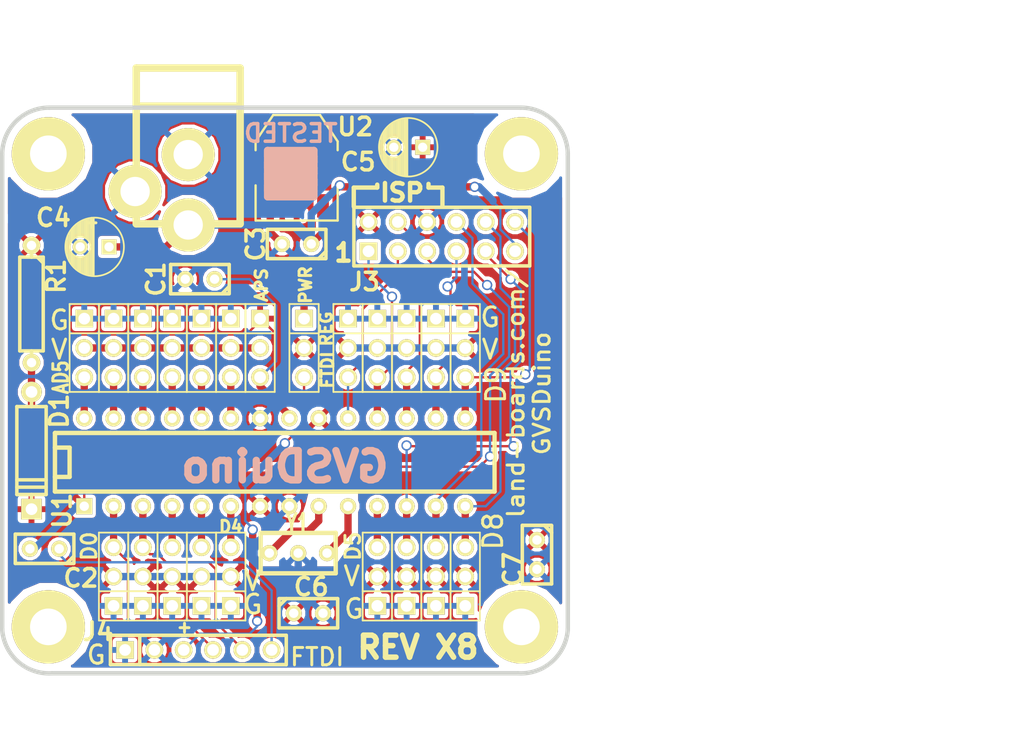
<source format=kicad_pcb>
(kicad_pcb (version 4) (host pcbnew 4.0.1-stable)
  (title_block (date "19 aug 2014"))
  (layers (0 Front signal) (31 Back signal) (36 B.SilkS user hide) (37 F.SilkS user) (38 B.Mask user) (39 F.Mask user) (44 Edge.Cuts user))
  (net 0 "")
  (net 1 +5V)
  (net 2 /AD0)
  (net 3 /AD1)
  (net 4 /AD2)
  (net 5 /AD3)
  (net 6 /AD4)
  (net 7 /AD5)
  (net 8 /AREF)
  (net 9 /D0)
  (net 10 /D1)
  (net 11 /D10)
  (net 12 /D11)
  (net 13 /D12)
  (net 14 /D13)
  (net 15 /D2)
  (net 16 /D3)
  (net 17 /D4)
  (net 18 /D5)
  (net 19 /D6)
  (net 20 /D7)
  (net 21 /D8)
  (net 22 /D9)
  (net 23 /RES0)
  (net 24 /RES1)
  (net 25 /RESET)
  (net 26 /VIN)
  (net 27 /VREG)
  (net 28 GND)
  (net 29 /FTDIRES)
  (net 30 "Net-(J1-Pad3)")
  (net 31 "Net-(K1-Pad2)")
  (module SOT223 (layer Front) (at 115.518 55.212)
    (fp_text reference U2 (at 5.08 -3.556) (layer F.SilkS) (effects (font (thickness 0.3048))))
    (fp_text value AP1117 hide)
    (pad 4 smd rect (at 0 -3.302) (size 3.6576 2.032) (layers Front F.Mask) (net 27 /VREG))
    (pad 2 smd rect (at 0 3.302) (size 1.016 2.032) (layers Front F.Mask) (net 27 /VREG))
    (pad 3 smd rect (at 2.286 3.302) (size 1.016 2.032) (layers Front F.Mask) (net 26 /VIN))
    (pad 1 smd rect (at -2.286 3.302) (size 1.016 2.032) (layers Front F.Mask) (net 28 GND))
  )
  (module C1 (layer Front) (at 115.518 61.816 180)
    (fp_text reference C3 (at 3.556 0 270) (layer F.SilkS) (effects (font (thickness 0.3048))))
    (fp_text value 0.1uF hide)
    (pad 1 thru_hole circle (at -1.27 0 180) (size 1.397 1.397) (drill 0.8128) (layers *.Cu *.Mask F.SilkS) (net 26 /VIN))
    (pad 2 thru_hole circle (at 1.27 0 180) (size 1.397 1.397) (drill 0.8128) (layers *.Cu *.Mask F.SilkS) (net 28 GND))
  )
  (module C1 (layer Front) (at 93.674 88.232 180)
    (fp_text reference C2 (at -3.144 -2.542 180) (layer F.SilkS) (effects (font (thickness 0.3048))))
    (fp_text value 0.1uF hide)
    (pad 1 thru_hole circle (at -1.27 0 180) (size 1.397 1.397) (drill 0.8128) (layers *.Cu *.Mask F.SilkS) (net 29 /FTDIRES))
    (pad 2 thru_hole circle (at 1.27 0 180) (size 1.397 1.397) (drill 0.8128) (layers *.Cu *.Mask F.SilkS) (net 25 /RESET))
  )
  (module C1 (layer Front) (at 107.136 64.864 180)
    (fp_text reference C1 (at 3.81 0 270) (layer F.SilkS) (effects (font (thickness 0.3048))))
    (fp_text value 0.1uF hide)
    (pad 1 thru_hole circle (at -1.27 0 180) (size 1.397 1.397) (drill 0.8128) (layers *.Cu *.Mask F.SilkS) (net 8 /AREF))
    (pad 2 thru_hole circle (at 1.27 0 180) (size 1.397 1.397) (drill 0.8128) (layers *.Cu *.Mask F.SilkS) (net 28 GND))
  )
  (module DIP-28__300 (layer Front) (at 113.622 80.734)
    (fp_text reference U1 (at -18.424 4.196 90) (layer F.SilkS) (effects (font (thickness 0.3048))))
    (fp_text value ATMEGA328-PU hide)
    (pad 2 thru_hole circle (at -13.97 3.81) (size 1.397 1.397) (drill 0.8128) (layers *.Cu *.Mask F.SilkS) (net 9 /D0))
    (pad 3 thru_hole circle (at -11.43 3.81) (size 1.397 1.397) (drill 0.8128) (layers *.Cu *.Mask F.SilkS) (net 10 /D1))
    (pad 4 thru_hole circle (at -8.89 3.81) (size 1.397 1.397) (drill 0.8128) (layers *.Cu *.Mask F.SilkS) (net 15 /D2))
    (pad 5 thru_hole circle (at -6.35 3.81) (size 1.397 1.397) (drill 0.8128) (layers *.Cu *.Mask F.SilkS) (net 16 /D3))
    (pad 6 thru_hole circle (at -3.81 3.81) (size 1.397 1.397) (drill 0.8128) (layers *.Cu *.Mask F.SilkS) (net 17 /D4))
    (pad 7 thru_hole circle (at -1.27 3.81) (size 1.397 1.397) (drill 0.8128) (layers *.Cu *.Mask F.SilkS) (net 1 +5V))
    (pad 8 thru_hole circle (at 1.27 3.81) (size 1.397 1.397) (drill 0.8128) (layers *.Cu *.Mask F.SilkS) (net 28 GND))
    (pad 9 thru_hole circle (at 3.81 3.81) (size 1.397 1.397) (drill 0.8128) (layers *.Cu *.Mask F.SilkS) (net 23 /RES0))
    (pad 10 thru_hole circle (at 6.35 3.81) (size 1.397 1.397) (drill 0.8128) (layers *.Cu *.Mask F.SilkS) (net 24 /RES1))
    (pad 11 thru_hole circle (at 8.89 3.81) (size 1.397 1.397) (drill 0.8128) (layers *.Cu *.Mask F.SilkS) (net 18 /D5))
    (pad 12 thru_hole circle (at 11.43 3.81) (size 1.397 1.397) (drill 0.8128) (layers *.Cu *.Mask F.SilkS) (net 19 /D6))
    (pad 13 thru_hole circle (at 13.97 3.81) (size 1.397 1.397) (drill 0.8128) (layers *.Cu *.Mask F.SilkS) (net 20 /D7))
    (pad 14 thru_hole circle (at 16.51 3.81) (size 1.397 1.397) (drill 0.8128) (layers *.Cu *.Mask F.SilkS) (net 21 /D8))
    (pad 1 thru_hole rect (at -16.51 3.81) (size 1.397 1.397) (drill 0.8128) (layers *.Cu *.Mask F.SilkS) (net 25 /RESET))
    (pad 15 thru_hole circle (at 16.51 -3.81) (size 1.397 1.397) (drill 0.8128) (layers *.Cu *.Mask F.SilkS) (net 22 /D9))
    (pad 16 thru_hole circle (at 13.97 -3.81) (size 1.397 1.397) (drill 0.8128) (layers *.Cu *.Mask F.SilkS) (net 11 /D10))
    (pad 17 thru_hole circle (at 11.43 -3.81) (size 1.397 1.397) (drill 0.8128) (layers *.Cu *.Mask F.SilkS) (net 12 /D11))
    (pad 18 thru_hole circle (at 8.89 -3.81) (size 1.397 1.397) (drill 0.8128) (layers *.Cu *.Mask F.SilkS) (net 13 /D12))
    (pad 19 thru_hole circle (at 6.35 -3.81) (size 1.397 1.397) (drill 0.8128) (layers *.Cu *.Mask F.SilkS) (net 14 /D13))
    (pad 20 thru_hole circle (at 3.81 -3.81) (size 1.397 1.397) (drill 0.8128) (layers *.Cu *.Mask F.SilkS) (net 1 +5V))
    (pad 21 thru_hole circle (at 1.27 -3.81) (size 1.397 1.397) (drill 0.8128) (layers *.Cu *.Mask F.SilkS) (net 8 /AREF))
    (pad 22 thru_hole circle (at -1.27 -3.81) (size 1.397 1.397) (drill 0.8128) (layers *.Cu *.Mask F.SilkS) (net 28 GND))
    (pad 23 thru_hole circle (at -3.81 -3.81) (size 1.397 1.397) (drill 0.8128) (layers *.Cu *.Mask F.SilkS) (net 2 /AD0))
    (pad 24 thru_hole circle (at -6.35 -3.81) (size 1.397 1.397) (drill 0.8128) (layers *.Cu *.Mask F.SilkS) (net 3 /AD1))
    (pad 25 thru_hole circle (at -8.89 -3.81) (size 1.397 1.397) (drill 0.8128) (layers *.Cu *.Mask F.SilkS) (net 4 /AD2))
    (pad 26 thru_hole circle (at -11.43 -3.81) (size 1.397 1.397) (drill 0.8128) (layers *.Cu *.Mask F.SilkS) (net 5 /AD3))
    (pad 27 thru_hole circle (at -13.97 -3.81) (size 1.397 1.397) (drill 0.8128) (layers *.Cu *.Mask F.SilkS) (net 6 /AD4))
    (pad 28 thru_hole circle (at -16.51 -3.81) (size 1.397 1.397) (drill 0.8128) (layers *.Cu *.Mask F.SilkS) (net 7 /AD5))
  )
  (module PIN_ARRAY-6X1 (layer Front) (at 107 97)
    (fp_text reference J4 (at -8.7 -1.6) (layer F.SilkS) (effects (font (thickness 0.3048))))
    (fp_text value CONN_6 hide)
    (pad 1 thru_hole rect (at -6.35 0) (size 1.524 1.524) (drill 1.016) (layers *.Cu *.Mask F.SilkS) (net 28 GND))
    (pad 2 thru_hole circle (at -3.81 0) (size 1.524 1.524) (drill 1.016) (layers *.Cu *.Mask F.SilkS) (net 28 GND))
    (pad 3 thru_hole circle (at -1.27 0) (size 1.524 1.524) (drill 1.016) (layers *.Cu *.Mask F.SilkS) (net 30 "Net-(J1-Pad3)"))
    (pad 4 thru_hole circle (at 1.27 0) (size 1.524 1.524) (drill 1.016) (layers *.Cu *.Mask F.SilkS) (net 9 /D0))
    (pad 5 thru_hole circle (at 3.81 0) (size 1.524 1.524) (drill 1.016) (layers *.Cu *.Mask F.SilkS) (net 10 /D1))
    (pad 6 thru_hole circle (at 6.35 0) (size 1.524 1.524) (drill 1.016) (layers *.Cu *.Mask F.SilkS) (net 29 /FTDIRES))
  )
  (module PIN_ARRAY_3X1 (layer Front) (at 109.812 90.64 90)
    (fp_text reference K11 hide)
    (fp_text value CONN_3 hide)
    (pad 1 thru_hole rect (at -2.54 0 90) (size 1.524 1.524) (drill 1.016) (layers *.Cu *.Mask F.SilkS) (net 28 GND))
    (pad 2 thru_hole circle (at 0 0 90) (size 1.524 1.524) (drill 1.016) (layers *.Cu *.Mask F.SilkS) (net 1 +5V))
    (pad 3 thru_hole circle (at 2.54 0 90) (size 1.524 1.524) (drill 1.016) (layers *.Cu *.Mask F.SilkS) (net 17 /D4))
  )
  (module PIN_ARRAY_3X1 (layer Front) (at 119.972 70.828 270)
    (fp_text reference K20 hide)
    (fp_text value CONN_3 hide)
    (pad 1 thru_hole rect (at -2.54 0 270) (size 1.524 1.524) (drill 1.016) (layers *.Cu *.Mask F.SilkS) (net 28 GND))
    (pad 2 thru_hole circle (at 0 0 270) (size 1.524 1.524) (drill 1.016) (layers *.Cu *.Mask F.SilkS) (net 1 +5V))
    (pad 3 thru_hole circle (at 2.54 0 270) (size 1.524 1.524) (drill 1.016) (layers *.Cu *.Mask F.SilkS) (net 14 /D13))
  )
  (module PIN_ARRAY_3X1 (layer Front) (at 122.512 70.828 270)
    (fp_text reference K19 hide)
    (fp_text value CONN_3 hide)
    (pad 1 thru_hole rect (at -2.54 0 270) (size 1.524 1.524) (drill 1.016) (layers *.Cu *.Mask F.SilkS) (net 28 GND))
    (pad 2 thru_hole circle (at 0 0 270) (size 1.524 1.524) (drill 1.016) (layers *.Cu *.Mask F.SilkS) (net 1 +5V))
    (pad 3 thru_hole circle (at 2.54 0 270) (size 1.524 1.524) (drill 1.016) (layers *.Cu *.Mask F.SilkS) (net 13 /D12))
  )
  (module PIN_ARRAY_3X1 (layer Front) (at 125.052 70.828 270)
    (fp_text reference K18 hide)
    (fp_text value CONN_3 hide)
    (pad 1 thru_hole rect (at -2.54 0 270) (size 1.524 1.524) (drill 1.016) (layers *.Cu *.Mask F.SilkS) (net 28 GND))
    (pad 2 thru_hole circle (at 0 0 270) (size 1.524 1.524) (drill 1.016) (layers *.Cu *.Mask F.SilkS) (net 1 +5V))
    (pad 3 thru_hole circle (at 2.54 0 270) (size 1.524 1.524) (drill 1.016) (layers *.Cu *.Mask F.SilkS) (net 12 /D11))
  )
  (module PIN_ARRAY_3X1 (layer Front) (at 127.592 70.828 270)
    (fp_text reference K17 hide)
    (fp_text value CONN_3 hide)
    (pad 1 thru_hole rect (at -2.54 0 270) (size 1.524 1.524) (drill 1.016) (layers *.Cu *.Mask F.SilkS) (net 28 GND))
    (pad 2 thru_hole circle (at 0 0 270) (size 1.524 1.524) (drill 1.016) (layers *.Cu *.Mask F.SilkS) (net 1 +5V))
    (pad 3 thru_hole circle (at 2.54 0 270) (size 1.524 1.524) (drill 1.016) (layers *.Cu *.Mask F.SilkS) (net 11 /D10))
  )
  (module PIN_ARRAY_3X1 (layer Front) (at 130.132 70.828 270)
    (fp_text reference K16 hide)
    (fp_text value CONN_3 hide)
    (pad 1 thru_hole rect (at -2.54 0 270) (size 1.524 1.524) (drill 1.016) (layers *.Cu *.Mask F.SilkS) (net 28 GND))
    (pad 2 thru_hole circle (at 0 0 270) (size 1.524 1.524) (drill 1.016) (layers *.Cu *.Mask F.SilkS) (net 1 +5V))
    (pad 3 thru_hole circle (at 2.54 0 270) (size 1.524 1.524) (drill 1.016) (layers *.Cu *.Mask F.SilkS) (net 22 /D9))
  )
  (module PIN_ARRAY_3X1 (layer Front) (at 130.132 90.64 90)
    (fp_text reference K15 hide)
    (fp_text value CONN_3 hide)
    (pad 1 thru_hole rect (at -2.54 0 90) (size 1.524 1.524) (drill 1.016) (layers *.Cu *.Mask F.SilkS) (net 28 GND))
    (pad 2 thru_hole circle (at 0 0 90) (size 1.524 1.524) (drill 1.016) (layers *.Cu *.Mask F.SilkS) (net 1 +5V))
    (pad 3 thru_hole circle (at 2.54 0 90) (size 1.524 1.524) (drill 1.016) (layers *.Cu *.Mask F.SilkS) (net 21 /D8))
  )
  (module PIN_ARRAY_3X1 (layer Front) (at 127.592 90.64 90)
    (fp_text reference K14 hide)
    (fp_text value CONN_3 hide)
    (pad 1 thru_hole rect (at -2.54 0 90) (size 1.524 1.524) (drill 1.016) (layers *.Cu *.Mask F.SilkS) (net 28 GND))
    (pad 2 thru_hole circle (at 0 0 90) (size 1.524 1.524) (drill 1.016) (layers *.Cu *.Mask F.SilkS) (net 1 +5V))
    (pad 3 thru_hole circle (at 2.54 0 90) (size 1.524 1.524) (drill 1.016) (layers *.Cu *.Mask F.SilkS) (net 20 /D7))
  )
  (module PIN_ARRAY_3X1 (layer Front) (at 125.052 90.64 90)
    (fp_text reference K13 hide)
    (fp_text value CONN_3 hide)
    (pad 1 thru_hole rect (at -2.54 0 90) (size 1.524 1.524) (drill 1.016) (layers *.Cu *.Mask F.SilkS) (net 28 GND))
    (pad 2 thru_hole circle (at 0 0 90) (size 1.524 1.524) (drill 1.016) (layers *.Cu *.Mask F.SilkS) (net 1 +5V))
    (pad 3 thru_hole circle (at 2.54 0 90) (size 1.524 1.524) (drill 1.016) (layers *.Cu *.Mask F.SilkS) (net 19 /D6))
  )
  (module PIN_ARRAY_3X1 (layer Front) (at 122.512 90.64 90)
    (fp_text reference K12 hide)
    (fp_text value CONN_3 hide)
    (pad 1 thru_hole rect (at -2.54 0 90) (size 1.524 1.524) (drill 1.016) (layers *.Cu *.Mask F.SilkS) (net 28 GND))
    (pad 2 thru_hole circle (at 0 0 90) (size 1.524 1.524) (drill 1.016) (layers *.Cu *.Mask F.SilkS) (net 1 +5V))
    (pad 3 thru_hole circle (at 2.54 0 90) (size 1.524 1.524) (drill 1.016) (layers *.Cu *.Mask F.SilkS) (net 18 /D5))
  )
  (module PIN_ARRAY_3X1 (layer Front) (at 109.812 70.828 270)
    (fp_text reference K1 hide)
    (fp_text value CONN_3 hide)
    (pad 1 thru_hole rect (at -2.54 0 270) (size 1.524 1.524) (drill 1.016) (layers *.Cu *.Mask F.SilkS) (net 28 GND))
    (pad 2 thru_hole circle (at 0 0 270) (size 1.524 1.524) (drill 1.016) (layers *.Cu *.Mask F.SilkS) (net 31 "Net-(K1-Pad2)"))
    (pad 3 thru_hole circle (at 2.54 0 270) (size 1.524 1.524) (drill 1.016) (layers *.Cu *.Mask F.SilkS) (net 2 /AD0))
  )
  (module PIN_ARRAY_3X1 (layer Front) (at 107.272 90.64 90)
    (fp_text reference K10 hide)
    (fp_text value CONN_3 hide)
    (pad 1 thru_hole rect (at -2.54 0 90) (size 1.524 1.524) (drill 1.016) (layers *.Cu *.Mask F.SilkS) (net 28 GND))
    (pad 2 thru_hole circle (at 0 0 90) (size 1.524 1.524) (drill 1.016) (layers *.Cu *.Mask F.SilkS) (net 1 +5V))
    (pad 3 thru_hole circle (at 2.54 0 90) (size 1.524 1.524) (drill 1.016) (layers *.Cu *.Mask F.SilkS) (net 16 /D3))
  )
  (module PIN_ARRAY_3X1 (layer Front) (at 104.732 90.64 90)
    (fp_text reference K9 hide)
    (fp_text value CONN_3 hide)
    (pad 1 thru_hole rect (at -2.54 0 90) (size 1.524 1.524) (drill 1.016) (layers *.Cu *.Mask F.SilkS) (net 28 GND))
    (pad 2 thru_hole circle (at 0 0 90) (size 1.524 1.524) (drill 1.016) (layers *.Cu *.Mask F.SilkS) (net 1 +5V))
    (pad 3 thru_hole circle (at 2.54 0 90) (size 1.524 1.524) (drill 1.016) (layers *.Cu *.Mask F.SilkS) (net 15 /D2))
  )
  (module PIN_ARRAY_3X1 (layer Front) (at 102.192 90.64 90)
    (fp_text reference K8 hide)
    (fp_text value CONN_3 hide)
    (pad 1 thru_hole rect (at -2.54 0 90) (size 1.524 1.524) (drill 1.016) (layers *.Cu *.Mask F.SilkS) (net 28 GND))
    (pad 2 thru_hole circle (at 0 0 90) (size 1.524 1.524) (drill 1.016) (layers *.Cu *.Mask F.SilkS) (net 1 +5V))
    (pad 3 thru_hole circle (at 2.54 0 90) (size 1.524 1.524) (drill 1.016) (layers *.Cu *.Mask F.SilkS) (net 10 /D1))
  )
  (module PIN_ARRAY_3X1 (layer Front) (at 99.652 90.64 90)
    (fp_text reference K7 hide)
    (fp_text value CONN_3 hide)
    (pad 1 thru_hole rect (at -2.54 0 90) (size 1.524 1.524) (drill 1.016) (layers *.Cu *.Mask F.SilkS) (net 28 GND))
    (pad 2 thru_hole circle (at 0 0 90) (size 1.524 1.524) (drill 1.016) (layers *.Cu *.Mask F.SilkS) (net 1 +5V))
    (pad 3 thru_hole circle (at 2.54 0 90) (size 1.524 1.524) (drill 1.016) (layers *.Cu *.Mask F.SilkS) (net 9 /D0))
  )
  (module PIN_ARRAY_3X1 (layer Front) (at 97.112 70.828 270)
    (fp_text reference K6 hide)
    (fp_text value CONN_3 hide)
    (pad 1 thru_hole rect (at -2.54 0 270) (size 1.524 1.524) (drill 1.016) (layers *.Cu *.Mask F.SilkS) (net 28 GND))
    (pad 2 thru_hole circle (at 0 0 270) (size 1.524 1.524) (drill 1.016) (layers *.Cu *.Mask F.SilkS) (net 31 "Net-(K1-Pad2)"))
    (pad 3 thru_hole circle (at 2.54 0 270) (size 1.524 1.524) (drill 1.016) (layers *.Cu *.Mask F.SilkS) (net 7 /AD5))
  )
  (module PIN_ARRAY_3X1 (layer Front) (at 99.652 70.828 270)
    (fp_text reference K5 hide)
    (fp_text value CONN_3 hide)
    (pad 1 thru_hole rect (at -2.54 0 270) (size 1.524 1.524) (drill 1.016) (layers *.Cu *.Mask F.SilkS) (net 28 GND))
    (pad 2 thru_hole circle (at 0 0 270) (size 1.524 1.524) (drill 1.016) (layers *.Cu *.Mask F.SilkS) (net 31 "Net-(K1-Pad2)"))
    (pad 3 thru_hole circle (at 2.54 0 270) (size 1.524 1.524) (drill 1.016) (layers *.Cu *.Mask F.SilkS) (net 6 /AD4))
  )
  (module PIN_ARRAY_3X1 (layer Front) (at 102.192 70.828 270)
    (fp_text reference K4 hide)
    (fp_text value CONN_3 hide)
    (pad 1 thru_hole rect (at -2.54 0 270) (size 1.524 1.524) (drill 1.016) (layers *.Cu *.Mask F.SilkS) (net 28 GND))
    (pad 2 thru_hole circle (at 0 0 270) (size 1.524 1.524) (drill 1.016) (layers *.Cu *.Mask F.SilkS) (net 31 "Net-(K1-Pad2)"))
    (pad 3 thru_hole circle (at 2.54 0 270) (size 1.524 1.524) (drill 1.016) (layers *.Cu *.Mask F.SilkS) (net 5 /AD3))
  )
  (module PIN_ARRAY_3X1 (layer Front) (at 104.732 70.828 270)
    (fp_text reference K3 hide)
    (fp_text value CONN_3 hide)
    (pad 1 thru_hole rect (at -2.54 0 270) (size 1.524 1.524) (drill 1.016) (layers *.Cu *.Mask F.SilkS) (net 28 GND))
    (pad 2 thru_hole circle (at 0 0 270) (size 1.524 1.524) (drill 1.016) (layers *.Cu *.Mask F.SilkS) (net 31 "Net-(K1-Pad2)"))
    (pad 3 thru_hole circle (at 2.54 0 270) (size 1.524 1.524) (drill 1.016) (layers *.Cu *.Mask F.SilkS) (net 4 /AD2))
  )
  (module PIN_ARRAY_3X1 (layer Front) (at 107.272 70.828 270)
    (fp_text reference K2 hide)
    (fp_text value CONN_3 hide)
    (pad 1 thru_hole rect (at -2.54 0 270) (size 1.524 1.524) (drill 1.016) (layers *.Cu *.Mask F.SilkS) (net 28 GND))
    (pad 2 thru_hole circle (at 0 0 270) (size 1.524 1.524) (drill 1.016) (layers *.Cu *.Mask F.SilkS) (net 31 "Net-(K1-Pad2)"))
    (pad 3 thru_hole circle (at 2.54 0 270) (size 1.524 1.524) (drill 1.016) (layers *.Cu *.Mask F.SilkS) (net 3 /AD1))
  )
  (module D4 (layer Front) (at 92.54 79.718 270)
    (fp_text reference D1 (at -3.424 -2.404 270) (layer F.SilkS) (effects (font (thickness 0.3048))))
    (fp_text value 1N4004 hide)
    (pad 1 thru_hole circle (at -5.08 0 270) (size 1.778 1.778) (drill 1.016) (layers *.Cu *.Mask F.SilkS) (net 25 /RESET))
    (pad 2 thru_hole rect (at 5.08 0 270) (size 1.778 1.778) (drill 1.016) (layers *.Cu *.Mask F.SilkS) (net 1 +5V))
  )
  (module R4 (layer Front) (at 92.54 67.018 270)
    (fp_text reference R1 (at -2.408 -2.15 270) (layer F.SilkS) (effects (font (thickness 0.3048))))
    (fp_text value 10K hide)
    (pad 1 thru_hole circle (at -5.08 0 270) (size 1.524 1.524) (drill 0.8128) (layers *.Cu *.Mask F.SilkS) (net 1 +5V))
    (pad 2 thru_hole circle (at 5.08 0 270) (size 1.524 1.524) (drill 0.8128) (layers *.Cu *.Mask F.SilkS) (net 25 /RESET))
  )
  (module PIN_ARRAY_3X1 (layer Front) (at 112.352 70.828 270)
    (fp_text reference K21 hide)
    (fp_text value CONN_3 hide)
    (pad 1 thru_hole rect (at -2.54 0 270) (size 1.524 1.524) (drill 1.016) (layers *.Cu *.Mask F.SilkS) (net 1 +5V))
    (pad 2 thru_hole circle (at 0 0 270) (size 1.524 1.524) (drill 1.016) (layers *.Cu *.Mask F.SilkS) (net 31 "Net-(K1-Pad2)"))
    (pad 3 thru_hole circle (at 2.54 0 270) (size 1.524 1.524) (drill 1.016) (layers *.Cu *.Mask F.SilkS) (net 8 /AREF))
  )
  (module PIN_ARRAY_3X1 (layer Front) (at 116.162 70.828 270)
    (fp_text reference J1 hide)
    (fp_text value CONN_3 hide)
    (pad 1 thru_hole rect (at -2.54 0 270) (size 1.524 1.524) (drill 1.016) (layers *.Cu *.Mask F.SilkS) (net 27 /VREG))
    (pad 2 thru_hole circle (at 0 0 270) (size 1.524 1.524) (drill 1.016) (layers *.Cu *.Mask F.SilkS) (net 1 +5V))
    (pad 3 thru_hole circle (at 2.54 0 270) (size 1.524 1.524) (drill 1.016) (layers *.Cu *.Mask F.SilkS) (net 30 "Net-(J1-Pad3)"))
  )
  (module pin_array_6x2 (layer Front) (at 128.1 61.176)
    (fp_text reference J3 (at -6.7 3.924) (layer F.SilkS) (effects (font (thickness 0.3048))))
    (fp_text value CONN_6X2 hide)
    (pad 1 thru_hole rect (at -6.35 1.27) (size 1.524 1.524) (drill 1.016) (layers *.Cu *.Mask F.SilkS) (net 13 /D12))
    (pad 2 thru_hole circle (at -6.35 -1.27) (size 1.524 1.524) (drill 1.016) (layers *.Cu *.Mask F.SilkS) (net 1 +5V))
    (pad 3 thru_hole circle (at -3.81 1.27) (size 1.524 1.524) (drill 1.016) (layers *.Cu *.Mask F.SilkS) (net 14 /D13))
    (pad 4 thru_hole circle (at -3.81 -1.27) (size 1.524 1.524) (drill 1.016) (layers *.Cu *.Mask F.SilkS) (net 12 /D11))
    (pad 5 thru_hole circle (at -1.27 1.27) (size 1.524 1.524) (drill 1.016) (layers *.Cu *.Mask F.SilkS) (net 25 /RESET))
    (pad 6 thru_hole circle (at -1.27 -1.27) (size 1.524 1.524) (drill 1.016) (layers *.Cu *.Mask F.SilkS) (net 28 GND))
    (pad 7 thru_hole circle (at 1.27 1.27) (size 1.524 1.524) (drill 1.016) (layers *.Cu *.Mask F.SilkS) (net 11 /D10))
    (pad 8 thru_hole circle (at 1.27 -1.27) (size 1.524 1.524) (drill 1.016) (layers *.Cu *.Mask F.SilkS) (net 20 /D7))
    (pad 9 thru_hole circle (at 3.81 1.27) (size 1.524 1.524) (drill 1.016) (layers *.Cu *.Mask F.SilkS) (net 19 /D6))
    (pad 10 thru_hole circle (at 3.81 -1.27) (size 1.524 1.524) (drill 1.016) (layers *.Cu *.Mask F.SilkS) (net 21 /D8))
    (pad 11 thru_hole circle (at 6.35 1.27) (size 1.524 1.524) (drill 1.016) (layers *.Cu *.Mask F.SilkS) (net 26 /VIN))
    (pad 12 thru_hole circle (at 6.35 -1.27) (size 1.524 1.524) (drill 1.016) (layers *.Cu *.Mask F.SilkS) (net 22 /D9))
  )
  (module C1 (layer Front) (at 116.534 93.82)
    (fp_text reference C6 (at 0.254 -2.286) (layer F.SilkS) (effects (font (thickness 0.3048))))
    (fp_text value 0.1uF hide)
    (pad 1 thru_hole circle (at -1.27 0) (size 1.397 1.397) (drill 0.8128) (layers *.Cu *.Mask F.SilkS) (net 1 +5V))
    (pad 2 thru_hole circle (at 1.27 0) (size 1.397 1.397) (drill 0.8128) (layers *.Cu *.Mask F.SilkS) (net 28 GND))
  )
  (module C1 (layer Front) (at 136.346 88.74 270)
    (fp_text reference C7 (at 1.27 2.0955 270) (layer F.SilkS) (effects (font (thickness 0.3048))))
    (fp_text value 0.1uF hide)
    (pad 1 thru_hole circle (at -1.27 0 270) (size 1.397 1.397) (drill 0.8128) (layers *.Cu *.Mask F.SilkS) (net 1 +5V))
    (pad 2 thru_hole circle (at 1.27 0 270) (size 1.397 1.397) (drill 0.8128) (layers *.Cu *.Mask F.SilkS) (net 28 GND))
  )
  (module MTG-4-40 (layer Front) (at 94 54)
    (fp_text reference MTG1 hide)
    (fp_text value CONN_1 hide)
    (pad 1 thru_hole circle (at 0 0) (size 6.35 6.35) (drill 3.175) (layers *.Cu *.Mask F.SilkS) (clearance 0.635))
  )
  (module MTG-4-40 (layer Front) (at 135 54)
    (fp_text reference MTG2 hide)
    (fp_text value CONN_1 hide)
    (pad 1 thru_hole circle (at 0 0) (size 6.35 6.35) (drill 3.175) (layers *.Cu *.Mask F.SilkS) (clearance 0.635))
  )
  (module MTG-4-40 (layer Front) (at 135 95)
    (fp_text reference MTG4 hide)
    (fp_text value CONN_1 hide)
    (pad 1 thru_hole circle (at 0 0) (size 6.35 6.35) (drill 3.175) (layers *.Cu *.Mask F.SilkS) (clearance 0.635))
  )
  (module MTG-4-40 (layer Front) (at 94 95)
    (fp_text reference MTG3 hide)
    (fp_text value CONN_1 hide)
    (pad 1 thru_hole circle (at 0 0) (size 6.35 6.35) (drill 3.175) (layers *.Cu *.Mask F.SilkS) (clearance 0.635))
  )
  (module DougsNewMods:TEST_BLK-REAR (layer Front) (at 115.01 55.72)
    (fp_text reference TESTED (at 0 -3.5) (layer B.SilkS) (effects (font (thickness 0.3048)) (justify mirror)))
    (fp_text value VAL** hide)
  )
  (module Capacitors_ThroughHole:C_Radial_D5_L11_P2.5 (layer Front) (at 99.262 62.07 180)
    (fp_text reference C4 (at 4.826 2.54 180) (layer F.SilkS) (effects (font (thickness 0.3048))))
    (fp_text value CP1 hide)
    (pad 1 thru_hole rect (at 0 0 180) (size 1.3 1.3) (drill 0.8) (layers *.Cu *.Mask F.SilkS) (net 26 /VIN))
    (pad 2 thru_hole circle (at 2.5 0 180) (size 1.3 1.3) (drill 0.8) (layers *.Cu *.Mask F.SilkS) (net 28 GND))
  )
  (module Capacitors_ThroughHole:C_Radial_D5_L11_P2.5 (layer Front) (at 126.44 53.434 180)
    (fp_text reference C5 (at 5.588 -1.27 180) (layer F.SilkS) (effects (font (thickness 0.3048))))
    (fp_text value CP1 hide)
    (pad 1 thru_hole rect (at 0 0 180) (size 1.3 1.3) (drill 0.8) (layers *.Cu *.Mask F.SilkS) (net 27 /VREG))
    (pad 2 thru_hole circle (at 2.5 0 180) (size 1.3 1.3) (drill 0.8) (layers *.Cu *.Mask F.SilkS) (net 28 GND))
  )
  (module DCJ-NEW (layer Front) (at 106.12 54.069 270)
    (fp_text reference J2 hide)
    (fp_text value DCJ0202 hide)
    (pad 2 thru_hole circle (at 0 0 270) (size 4.6 4.6) (drill 2.54) (layers *.Cu *.Mask F.SilkS) (net 28 GND))
    (pad 1 thru_hole circle (at 6.1 0 270) (size 4.6 4.6) (drill 2.54) (layers *.Cu *.Mask F.SilkS) (net 26 /VIN))
    (pad 3 thru_hole circle (at 3.2 4.6 270) (size 4.6 4.6) (drill 2.54) (layers *.Cu *.Mask F.SilkS) (net 28 GND))
  )
  (module dougsLib:RESON_3PIN (layer Front) (at 115.654 88.608 270)
    (fp_text reference Y1 (at -2.49936 0.0508 360) (layer F.SilkS) (effects (font (size 1.72974 1.08712) (thickness 0.27178))))
    (fp_text value RESONATOR hide)
    (pad 3 thru_hole circle (at 0 -2.49936) (size 1.397 1.397) (drill 0.8128) (layers *.Cu *.Mask F.SilkS) (net 24 /RES1))
    (pad 1 thru_hole circle (at 0 2.49936) (size 1.397 1.397) (drill 0.8128) (layers *.Cu *.Mask F.SilkS) (net 23 /RES0))
    (pad 2 thru_hole circle (at 0 0) (size 1.397 1.397) (drill 0.8128) (layers *.Cu *.Mask F.SilkS) (net 28 GND))
  )
  (gr_text V (at 111.708 91.026) (layer F.SilkS) (effects (font (size 1.651 1.651) (thickness 0.254))))
  (gr_text G (at 111.708 93.058) (layer F.SilkS) (effects (font (size 1.651 1.651) (thickness 0.254))))
  (gr_text V (at 94.944 70.96) (layer F.SilkS) (effects (font (size 1.651 1.651) (thickness 0.254))))
  (gr_text G (at 94.944 68.42) (layer F.SilkS) (effects (font (size 1.651 1.651) (thickness 0.254))))
  (gr_text V (at 132.282 70.96) (layer F.SilkS) (effects (font (size 1.651 1.651) (thickness 0.254))))
  (gr_text G (at 132.282 68.166) (layer F.SilkS) (effects (font (size 1.651 1.651) (thickness 0.254))))
  (gr_text PWR (at 116.289 65.367 90) (layer F.SilkS) (effects (font (size 1.016 1.016) (thickness 0.254))))
  (gr_text 1 (at 119.582 62.578) (layer F.SilkS) (effects (font (thickness 0.381))))
  (gr_line (start 122.503 56.736) (end 122.503 56.6725) (angle 90) (layer F.SilkS) (width 0.381))
  (gr_line (start 126.948 56.9265) (end 126.948 56.609) (angle 90) (layer F.SilkS) (width 0.381))
  (gr_line (start 128.1545 56.9265) (end 126.948 56.9265) (angle 90) (layer F.SilkS) (width 0.381))
  (gr_line (start 128.1545 58.5775) (end 128.1545 56.9265) (angle 90) (layer F.SilkS) (width 0.381))
  (gr_line (start 122.503 56.9265) (end 122.503 56.7995) (angle 90) (layer F.SilkS) (width 0.381))
  (gr_line (start 120.471 56.9265) (end 122.503 56.9265) (angle 90) (layer F.SilkS) (width 0.381))
  (gr_line (start 120.471 58.5775) (end 120.471 56.9265) (angle 90) (layer F.SilkS) (width 0.381))
  (gr_text APS (at 112.47 65.372 90) (layer F.SilkS) (effects (font (size 1.016 1.016) (thickness 0.254))))
  (gr_text GVSDuino (at 114.502 81.12) (layer B.SilkS) (effects (font (size 2.54 2.54) (thickness 0.635)) (justify mirror)))
  (gr_text "REV X8" (at 126.0336 96.7664) (layer F.SilkS) (effects (font (size 1.905 1.905) (thickness 0.47625))))
  (gr_text ISP (at 124.662 57.371) (layer F.SilkS) (effects (font (thickness 0.381))))
  (gr_text + (at 97.738 59.911) (layer F.SilkS) (effects (font (size 1.016 1.016) (thickness 0.254))))
  (gr_text V (at 120.3 90.6) (layer F.SilkS) (effects (font (size 1.651 1.651) (thickness 0.254))))
  (gr_text D8 (at 132.536 86.708 90) (layer F.SilkS) (effects (font (size 1.651 1.651) (thickness 0.254))))
  (gr_text "land-boards.com/\nGVSDuino" (at 135.6475 74.77 90) (layer F.SilkS) (effects (font (size 1.397 1.524) (thickness 0.254))))
  (gr_text FTDI (at 118.194 72.733 90) (layer F.SilkS) (effects (font (size 1.016 1.016) (thickness 0.254))))
  (gr_text REG (at 118.067 69.177 90) (layer F.SilkS) (effects (font (size 1.016 1.016) (thickness 0.254))))
  (gr_line (start 134.704 99.022) (end 94.318 99.022) (angle 90) (layer Edge.Cuts) (width 0.381))
  (gr_line (start 139.022 54.064) (end 139.022 95.212) (angle 90) (layer Edge.Cuts) (width 0.381))
  (gr_line (start 94.064 50) (end 134.958 50) (angle 90) (layer Edge.Cuts) (width 0.381))
  (gr_line (start 90 95.212) (end 90 54.064) (angle 90) (layer Edge.Cuts) (width 0.381))
  (gr_arc (start 94.064 94.958) (end 94.318 99.022) (angle 90) (layer Edge.Cuts) (width 0.381))
  (gr_arc (start 134.958 94.958) (end 139.022 95.212) (angle 90) (layer Edge.Cuts) (width 0.381))
  (gr_arc (start 134.958 54.064) (end 134.958 50) (angle 90) (layer Edge.Cuts) (width 0.381))
  (gr_arc (start 94.064 54.064) (end 90 54.064) (angle 90) (layer Edge.Cuts) (width 0.381))
  (gr_text D4 (at 109.812 86.322) (layer F.SilkS) (effects (font (size 1.016 1.016) (thickness 0.254))))
  (gr_text G (at 98.1444 97.4268) (layer F.SilkS) (effects (font (size 1.6 1.6) (thickness 0.254))))
  (gr_text D5 (at 120.396 88.011 90) (layer F.SilkS) (effects (font (size 1.27 1.27) (thickness 0.254))))
  (gr_text + (at 105.8 95) (layer F.SilkS) (effects (font (size 1.016 1.016) (thickness 0.254))))
  (gr_text G (at 120.48 93.434) (layer F.SilkS) (effects (font (size 1.651 1.651) (thickness 0.254))))
  (gr_text D0 (at 97.536 88.011 90) (layer F.SilkS) (effects (font (size 1.27 1.27) (thickness 0.254))))
  (gr_text D9 (at 132.79 74.008 90) (layer F.SilkS) (effects (font (size 1.651 1.651) (thickness 0.254))))
  (gr_text AD5 (at 95.08 73.368 90) (layer F.SilkS) (effects (font (size 1.27 1.016) (thickness 0.254))))
  (gr_text FTDI (at 117.296 97.6046) (layer F.SilkS) (effects (font (size 1.5 1.5) (thickness 0.254))))
  (segment (start 112.352 68.288) (end 112.4015 68.288) (width 0.2032) (layer Front) (net 1))
  (segment (start 112.4015 68.288) (end 113.74 69.6265) (width 0.2032) (layer Front) (net 1))
  (segment (start 112.352 68.288) (end 112.352 68.4745) (width 0.2032) (layer Front) (net 1))
  (segment (start 112.352 68.4745) (end 111.2 69.6265) (width 0.2032) (layer Front) (net 1))
  (segment (start 99.652 90.64) (end 102.192 90.64) (width 0.635) (layer Back) (net 1))
  (segment (start 102.192 90.64) (end 104.732 90.64) (width 0.635) (layer Back) (net 1))
  (segment (start 104.732 90.64) (end 107.272 90.64) (width 0.635) (layer Back) (net 1))
  (segment (start 107.272 90.64) (end 109.812 90.64) (width 0.635) (layer Back) (net 1))
  (segment (start 130.132 70.828) (end 127.592 70.828) (width 0.635) (layer Back) (net 1))
  (segment (start 127.592 70.828) (end 125.052 70.828) (width 0.635) (layer Back) (net 1))
  (segment (start 125.052 70.828) (end 122.512 70.828) (width 0.635) (layer Back) (net 1))
  (segment (start 122.512 70.828) (end 119.972 70.828) (width 0.635) (layer Back) (net 1))
  (segment (start 109.812 76.924) (end 109.812 73.368) (width 0.635) (layer Front) (net 2))
  (segment (start 107.272 76.924) (end 107.272 73.368) (width 0.635) (layer Front) (net 3))
  (segment (start 104.732 76.924) (end 104.732 73.368) (width 0.635) (layer Front) (net 4))
  (segment (start 102.192 76.924) (end 102.192 73.368) (width 0.635) (layer Front) (net 5))
  (segment (start 99.652 76.924) (end 99.652 73.368) (width 0.635) (layer Front) (net 6))
  (segment (start 97.112 76.924) (end 97.112 73.368) (width 0.635) (layer Front) (net 7))
  (segment (start 112.352 73.368) (end 112.352 73.364) (width 0.2032) (layer Back) (net 8))
  (segment (start 111.454 64.864) (end 108.406 64.864) (width 0.2032) (layer Back) (net 8))
  (segment (start 113.74 67.15) (end 111.454 64.864) (width 0.2032) (layer Back) (net 8))
  (segment (start 113.74 71.976) (end 113.74 67.15) (width 0.2032) (layer Back) (net 8))
  (segment (start 112.352 73.364) (end 113.74 71.976) (width 0.2032) (layer Back) (net 8))
  (segment (start 114.892 76.924) (end 114.892 76.684) (width 0.635) (layer Front) (net 8))
  (segment (start 112.352 74.144) (end 112.352 73.368) (width 0.635) (layer Front) (net 8))
  (segment (start 114.892 76.684) (end 112.352 74.144) (width 0.635) (layer Front) (net 8))
  (segment (start 99.652 88.1) (end 99.652 84.544) (width 0.635) (layer Front) (net 9))
  (segment (start 108.27 97) (end 108.27 96.87) (width 0.2032) (layer Front) (net 9))
  (segment (start 100.9 89.348) (end 99.652 88.1) (width 0.2032) (layer Front) (net 9))
  (segment (start 100.9 94.4) (end 100.9 89.348) (width 0.2032) (layer Front) (net 9))
  (segment (start 101.7 95.2) (end 100.9 94.4) (width 0.2032) (layer Front) (net 9))
  (segment (start 106.6 95.2) (end 101.7 95.2) (width 0.2032) (layer Front) (net 9))
  (segment (start 108.27 96.87) (end 106.6 95.2) (width 0.2032) (layer Front) (net 9))
  (segment (start 102.192 88.1) (end 102.192 84.544) (width 0.635) (layer Front) (net 10))
  (segment (start 110.81 97) (end 110.81 96.91) (width 0.2032) (layer Front) (net 10))
  (segment (start 102.792 88.7) (end 102.192 88.1) (width 0.2032) (layer Front) (net 10))
  (segment (start 103.5 88.7) (end 102.792 88.7) (width 0.2032) (layer Front) (net 10))
  (segment (start 104.2 89.4) (end 103.5 88.7) (width 0.2032) (layer Front) (net 10))
  (segment (start 107.9 89.4) (end 104.2 89.4) (width 0.2032) (layer Front) (net 10))
  (segment (start 108.5 90) (end 107.9 89.4) (width 0.2032) (layer Front) (net 10))
  (segment (start 108.5 94.6) (end 108.5 90) (width 0.2032) (layer Front) (net 10))
  (segment (start 110.81 96.91) (end 108.5 94.6) (width 0.2032) (layer Front) (net 10))
  (segment (start 127.592 73.368) (end 127.592 72.983) (width 0.2032) (layer Front) (net 11))
  (segment (start 129.37 64.728) (end 129.37 62.446) (width 0.2032) (layer Back) (net 11))
  (segment (start 128.599 65.499) (end 129.37 64.728) (width 0.2032) (layer Back) (net 11))
  (via (at 128.599 65.499) (size 0.889) (layers Front Back) (net 11))
  (segment (start 128.853 65.753) (end 128.599 65.499) (width 0.2032) (layer Front) (net 11))
  (segment (start 128.853 71.722) (end 128.853 65.753) (width 0.2032) (layer Front) (net 11))
  (segment (start 127.592 72.983) (end 128.853 71.722) (width 0.2032) (layer Front) (net 11))
  (segment (start 127.592 73.368) (end 127.592 76.924) (width 0.635) (layer Front) (net 11))
  (segment (start 125.56 62.832) (end 125.56 65.254) (width 0.2032) (layer Front) (net 12))
  (segment (start 125.56 65.254) (end 126.195 65.889) (width 0.2032) (layer Front) (net 12))
  (segment (start 125.052 73.368) (end 125.052 76.924) (width 0.635) (layer Front) (net 12))
  (segment (start 125.052 73.368) (end 125.052 72.86) (width 0.2032) (layer Front) (net 12))
  (segment (start 126.195 71.717) (end 126.195 65.889) (width 0.2032) (layer Front) (net 12))
  (segment (start 125.052 72.86) (end 126.195 71.717) (width 0.2032) (layer Front) (net 12))
  (segment (start 125.56 61.176) (end 124.29 59.906) (width 0.2032) (layer Front) (net 12))
  (segment (start 125.56 62.832) (end 125.56 61.176) (width 0.2032) (layer Front) (net 12))
  (segment (start 122.512 73.368) (end 122.512 76.924) (width 0.635) (layer Front) (net 13))
  (segment (start 122.512 73.368) (end 122.766 73.368) (width 0.2032) (layer Front) (net 13))
  (segment (start 121.75 64.351) (end 121.75 62.446) (width 0.2032) (layer Back) (net 13))
  (segment (start 123.782 66.383) (end 121.75 64.351) (width 0.2032) (layer Back) (net 13))
  (via (at 123.782 66.383) (size 0.889) (layers Front Back) (net 13))
  (segment (start 123.782 72.352) (end 123.782 66.383) (width 0.2032) (layer Front) (net 13))
  (segment (start 122.766 73.368) (end 123.782 72.352) (width 0.2032) (layer Front) (net 13))
  (segment (start 121.242 68.547) (end 121.242 67.4585) (width 0.2032) (layer Front) (net 14))
  (segment (start 124.29 64.4105) (end 124.29 62.446) (width 0.2032) (layer Front) (net 14))
  (segment (start 121.242 67.4585) (end 124.29 64.4105) (width 0.2032) (layer Front) (net 14))
  (segment (start 119.972 73.368) (end 119.972 73.241) (width 0.2032) (layer Front) (net 14))
  (segment (start 119.972 73.241) (end 121.242 71.971) (width 0.2032) (layer Front) (net 14))
  (segment (start 121.242 71.971) (end 121.242 68.547) (width 0.2032) (layer Front) (net 14))
  (segment (start 119.972 73.368) (end 119.972 76.924) (width 0.2032) (layer Back) (net 14))
  (segment (start 104.732 88.1) (end 104.732 84.544) (width 0.635) (layer Front) (net 15))
  (segment (start 107.272 88.1) (end 107.272 84.544) (width 0.635) (layer Front) (net 16))
  (segment (start 109.812 88.1) (end 109.812 84.544) (width 0.635) (layer Front) (net 17))
  (segment (start 122.512 84.544) (end 122.512 88.1) (width 0.635) (layer Front) (net 18))
  (segment (start 125.052 84.544) (end 125.052 79.2875) (width 0.2032) (layer Back) (net 19))
  (segment (start 125.1065 79.342) (end 134.314 79.342) (width 0.2032) (layer Front) (net 19))
  (segment (start 125.043 79.2785) (end 125.1065 79.342) (width 0.2032) (layer Front) (net 19))
  (via (at 125.043 79.2785) (size 0.889) (layers Front Back) (net 19))
  (segment (start 125.052 79.2875) (end 125.043 79.2785) (width 0.2032) (layer Back) (net 19))
  (segment (start 134.06 75.024) (end 134.06 72.865) (width 0.2032) (layer Back) (net 19))
  (via (at 134.314 79.342) (size 0.889) (layers Front Back) (net 19))
  (segment (start 134.314 79.342) (end 134.06 79.088) (width 0.2032) (layer Back) (net 19))
  (segment (start 134.06 79.088) (end 134.06 75.024) (width 0.2032) (layer Back) (net 19))
  (segment (start 134.06 64.864) (end 131.91 62.714) (width 0.2032) (layer Front) (net 19))
  (via (at 134.06 64.864) (size 0.889) (layers Front Back) (net 19))
  (segment (start 131.91 62.714) (end 131.91 62.446) (width 0.2032) (layer Front) (net 19))
  (segment (start 134.949 65.88) (end 134.949 65.753) (width 0.2032) (layer Back) (net 19))
  (segment (start 134.949 65.753) (end 134.06 64.864) (width 0.2032) (layer Back) (net 19))
  (segment (start 134.949 69.817) (end 134.949 65.88) (width 0.2032) (layer Back) (net 19))
  (segment (start 134.06 72.865) (end 134.949 71.976) (width 0.2032) (layer Back) (net 19))
  (segment (start 134.949 71.976) (end 134.949 69.817) (width 0.2032) (layer Back) (net 19))
  (segment (start 125.052 84.544) (end 125.052 88.1) (width 0.635) (layer Front) (net 19))
  (segment (start 127.592 84.544) (end 127.592 84.0955) (width 0.2032) (layer Back) (net 20))
  (segment (start 131.52 80.1675) (end 131.52 73.246) (width 0.2032) (layer Back) (net 20))
  (segment (start 127.592 84.0955) (end 131.52 80.1675) (width 0.2032) (layer Back) (net 20))
  (segment (start 130.758 61.308) (end 130.758 65.245) (width 0.2032) (layer Back) (net 20))
  (segment (start 129.37 59.92) (end 130.758 61.308) (width 0.2032) (layer Back) (net 20))
  (segment (start 129.37 59.906) (end 129.37 59.92) (width 0.2032) (layer Back) (net 20))
  (segment (start 131.52 73.246) (end 133.425 71.341) (width 0.2032) (layer Back) (net 20))
  (segment (start 133.425 71.341) (end 133.425 67.912) (width 0.2032) (layer Back) (net 20))
  (segment (start 133.425 67.912) (end 130.758 65.245) (width 0.2032) (layer Back) (net 20))
  (segment (start 127.592 84.544) (end 127.592 88.1) (width 0.635) (layer Front) (net 20))
  (segment (start 133.18 82.8345) (end 133.18 83.27) (width 0.2032) (layer Back) (net 21))
  (segment (start 131.906 84.544) (end 130.132 84.544) (width 0.2032) (layer Back) (net 21))
  (segment (start 133.18 83.27) (end 131.906 84.544) (width 0.2032) (layer Back) (net 21))
  (segment (start 133.18 74.643) (end 133.18 72.983) (width 0.2032) (layer Back) (net 21))
  (segment (start 134.441 66.896) (end 133.18 65.635) (width 0.2032) (layer Back) (net 21))
  (segment (start 134.441 71.722) (end 134.441 66.896) (width 0.2032) (layer Back) (net 21))
  (segment (start 133.18 72.983) (end 134.441 71.722) (width 0.2032) (layer Back) (net 21))
  (segment (start 130.132 84.544) (end 130.132 88.1) (width 0.635) (layer Front) (net 21))
  (segment (start 133.18 61.176) (end 131.91 59.906) (width 0.2032) (layer Back) (net 21))
  (segment (start 133.18 82.8345) (end 133.18 74.643) (width 0.2032) (layer Back) (net 21))
  (segment (start 133.18 65.635) (end 133.18 61.176) (width 0.2032) (layer Back) (net 21))
  (segment (start 130.132 73.368) (end 130.132 76.924) (width 0.635) (layer Front) (net 22))
  (segment (start 130.132 73.368) (end 135.085 73.368) (width 0.2032) (layer Front) (net 22))
  (segment (start 135.72 61.176) (end 134.45 59.906) (width 0.2032) (layer Back) (net 22))
  (segment (start 135.72 72.733) (end 135.72 61.176) (width 0.2032) (layer Back) (net 22))
  (segment (start 135.339 73.114) (end 135.72 72.733) (width 0.2032) (layer Back) (net 22))
  (via (at 135.339 73.114) (size 0.889) (layers Front Back) (net 22))
  (segment (start 135.085 73.368) (end 135.339 73.114) (width 0.2032) (layer Front) (net 22))
  (segment (start 117.432 84.544) (end 117.432 85.81) (width 0.635) (layer Front) (net 23))
  (segment (start 115.05464 86.708) (end 113.15464 88.608) (width 0.635) (layer Front) (net 23))
  (segment (start 116.534 86.708) (end 115.05464 86.708) (width 0.635) (layer Front) (net 23))
  (segment (start 117.432 85.81) (end 116.534 86.708) (width 0.635) (layer Front) (net 23))
  (segment (start 119.972 84.544) (end 119.972 86.78936) (width 0.635) (layer Front) (net 24))
  (segment (start 119.972 86.78936) (end 118.15336 88.608) (width 0.635) (layer Front) (net 24))
  (segment (start 113.3 81.12) (end 99.28 81.12) (width 0.2032) (layer Front) (net 25))
  (segment (start 97.112 83.288) (end 97.112 84.544) (width 0.2032) (layer Front) (net 25))
  (segment (start 99.28 81.12) (end 97.112 83.288) (width 0.2032) (layer Front) (net 25))
  (segment (start 126.83 62.446) (end 126.83 63.095) (width 0.2032) (layer Front) (net 25))
  (segment (start 130.885 64.229) (end 132.028 65.372) (width 0.2032) (layer Front) (net 25))
  (segment (start 127.964 64.229) (end 130.885 64.229) (width 0.2032) (layer Front) (net 25))
  (segment (start 126.83 63.095) (end 127.964 64.229) (width 0.2032) (layer Front) (net 25))
  (segment (start 131.393 81.12) (end 132.282 80.231) (width 0.2032) (layer Front) (net 25))
  (segment (start 113.3 81.12) (end 131.393 81.12) (width 0.2032) (layer Front) (net 25))
  (segment (start 132.282 74.897) (end 132.282 73.220598) (width 0.2032) (layer Back) (net 25))
  (via (at 132.282 80.231) (size 0.889) (layers Front Back) (net 25))
  (segment (start 132.282 80.231) (end 132.282 75.278) (width 0.2032) (layer Back) (net 25))
  (via (at 132.028 65.372) (size 0.889) (layers Front Back) (net 25))
  (segment (start 132.282 75.278) (end 132.282 74.897) (width 0.2032) (layer Back) (net 25))
  (segment (start 132.282 73.220598) (end 133.933 71.569598) (width 0.2032) (layer Back) (net 25))
  (segment (start 133.933 71.569598) (end 133.933 67.277) (width 0.2032) (layer Back) (net 25))
  (segment (start 133.933 67.277) (end 132.028 65.372) (width 0.2032) (layer Back) (net 25))
  (segment (start 92.286 88.608) (end 92.409 88.608) (width 0.635) (layer Back) (net 25))
  (segment (start 92.409 88.608) (end 96.473 84.544) (width 0.635) (layer Back) (net 25))
  (segment (start 96.473 84.544) (end 97.112 84.544) (width 0.635) (layer Back) (net 25))
  (segment (start 92.54 74.638) (end 92.54 79.972) (width 0.635) (layer Front) (net 25))
  (segment (start 92.54 79.972) (end 97.112 84.544) (width 0.635) (layer Front) (net 25))
  (segment (start 92.54 74.638) (end 92.54 72.098) (width 0.635) (layer Front) (net 25))
  (segment (start 134.45 61.825) (end 134.45 62.446) (width 0.2032) (layer Back) (net 26))
  (segment (start 130.9485 56.863) (end 131.3295 56.863) (width 0.635) (layer Back) (net 26))
  (segment (start 132.536 58.0695) (end 132.536 58.133) (width 0.635) (layer Back) (net 26))
  (segment (start 131.3295 56.863) (end 132.536 58.0695) (width 0.635) (layer Back) (net 26))
  (via (at 130.9485 56.863) (size 0.889) (layers Front Back) (net 26))
  (segment (start 119.3915 56.863) (end 130.9485 56.863) (width 0.635) (layer Front) (net 26))
  (segment (start 119.2645 56.736) (end 119.3915 56.863) (width 0.635) (layer Front) (net 26))
  (via (at 119.2645 56.736) (size 0.889) (layers Front Back) (net 26))
  (segment (start 132.536 58.133) (end 133.171 58.768) (width 0.2032) (layer Back) (net 26))
  (segment (start 133.171 58.768) (end 133.171 60.546) (width 0.2032) (layer Back) (net 26))
  (segment (start 133.171 60.546) (end 134.45 61.825) (width 0.2032) (layer Back) (net 26))
  (segment (start 116.788 61.816) (end 116.416 60.936) (width 0.635) (layer Back) (net 26))
  (segment (start 116.416 60.936) (end 115.645 60.165) (width 0.635) (layer Back) (net 26))
  (segment (start 116.416 60.936) (end 116.788 61.816) (width 0.635) (layer Back) (net 26))
  (segment (start 115.645 60.165) (end 116.416 60.936) (width 0.635) (layer Back) (net 26))
  (segment (start 106.12 60.165) (end 115.645 60.165) (width 0.635) (layer Back) (net 26))
  (segment (start 117.804 60.8) (end 116.788 61.816) (width 0.635) (layer Front) (net 26))
  (segment (start 117.804 58.514) (end 117.804 60.8) (width 0.635) (layer Front) (net 26))
  (segment (start 115.137 60.165) (end 116.788 61.816) (width 0.635) (layer Back) (net 26))
  (segment (start 106.12 60.165) (end 115.137 60.165) (width 0.635) (layer Back) (net 26))
  (segment (start 116.788 59.2125) (end 119.2645 56.736) (width 0.635) (layer Back) (net 26))
  (segment (start 116.788 61.816) (end 116.788 59.2125) (width 0.635) (layer Back) (net 26))
  (segment (start 104.215 62.07) (end 106.12 60.165) (width 0.635) (layer Front) (net 26))
  (segment (start 99.262 62.07) (end 104.215 62.07) (width 0.635) (layer Front) (net 26))
  (segment (start 116.162 68.288) (end 116.162 64.746) (width 0.635) (layer Front) (net 27))
  (segment (start 116.162 64.746) (end 116.153 64.737) (width 0.635) (layer Front) (net 27))
  (segment (start 115.654 88.608) (end 115.654 90.128) (width 0.635) (layer Back) (net 28))
  (segment (start 115.654 90.128) (end 115.645 90.137) (width 0.635) (layer Back) (net 28))
  (segment (start 113.232 60.8) (end 114.248 61.816) (width 0.635) (layer Front) (net 28))
  (segment (start 113.232 58.514) (end 113.232 60.8) (width 0.635) (layer Front) (net 28))
  (segment (start 113.35 97) (end 113.35 91.85) (width 0.2032) (layer Back) (net 29))
  (segment (start 113.35 91.85) (end 110.9 89.4) (width 0.2032) (layer Back) (net 29))
  (segment (start 95.618 89.4) (end 94.826 88.608) (width 0.2032) (layer Back) (net 29))
  (segment (start 110.9 89.4) (end 110.438 89.4) (width 0.2032) (layer Back) (net 29))
  (segment (start 110.438 89.4) (end 95.618 89.4) (width 0.2032) (layer Back) (net 29))
  (segment (start 114.502 79.088) (end 114.502 79.1515) (width 0.635) (layer Back) (net 30))
  (segment (start 114.502 79.1515) (end 111.073 82.5805) (width 0.635) (layer Back) (net 30))
  (segment (start 111.708 86.581) (end 111.708 86.454) (width 0.2032) (layer Back) (net 30))
  (segment (start 111.708 86.454) (end 111.073 85.819) (width 0.2032) (layer Back) (net 30))
  (segment (start 111.073 85.819) (end 111.073 82.5805) (width 0.2032) (layer Back) (net 30))
  (via (at 114.502 79.088) (size 0.889) (layers Front Back) (net 30))
  (segment (start 116.5925 73.368) (end 116.162 73.368) (width 0.2032) (layer Front) (net 30))
  (segment (start 105.73 97) (end 105.734 97) (width 0.2032) (layer Back) (net 30))
  (segment (start 112.1 94.952) (end 112.1 94.5) (width 0.2032) (layer Back) (net 30))
  (segment (start 111.454 95.598) (end 112.1 94.952) (width 0.2032) (layer Back) (net 30))
  (segment (start 107.136 95.598) (end 111.454 95.598) (width 0.2032) (layer Back) (net 30))
  (segment (start 105.734 97) (end 107.136 95.598) (width 0.2032) (layer Back) (net 30))
  (segment (start 111.708 91.661) (end 111.708 86.454) (width 0.635) (layer Front) (net 30))
  (segment (start 112.1 92.053) (end 111.708 91.661) (width 0.635) (layer Front) (net 30))
  (via (at 112.1 94.5) (size 0.889) (layers Front Back) (net 30))
  (segment (start 112.1 94.5) (end 112.1 92.053) (width 0.635) (layer Front) (net 30))
  (segment (start 111.073 85.819) (end 111.708 86.454) (width 0.2032) (layer Back) (net 30))
  (via (at 111.708 86.581) (size 0.889) (layers Front Back) (net 30))
  (segment (start 111.708 86.581) (end 111.708 86.454) (width 0.2032) (layer Front) (net 30))
  (segment (start 114.506 79.088) (end 116.162 77.432) (width 0.2032) (layer Front) (net 30))
  (segment (start 116.162 77.432) (end 116.162 73.368) (width 0.2032) (layer Front) (net 30))
  (segment (start 114.502 79.088) (end 114.506 79.088) (width 0.2032) (layer Front) (net 30))
  (segment (start 97.112 70.828) (end 99.652 70.828) (width 0.635) (layer Front) (net 31))
  (segment (start 99.652 70.828) (end 102.192 70.828) (width 0.635) (layer Front) (net 31))
  (segment (start 102.192 70.828) (end 104.732 70.828) (width 0.635) (layer Front) (net 31))
  (segment (start 104.732 70.828) (end 107.272 70.828) (width 0.635) (layer Front) (net 31))
  (segment (start 107.272 70.828) (end 109.812 70.828) (width 0.635) (layer Front) (net 31))
  (segment (start 109.812 70.828) (end 112.352 70.828) (width 0.635) (layer Front) (net 31))
  (zone (net 1) (net_name +5V) (layer Front) (connect_pads (clearance 0.3048)) (min_thickness 0.254) (fill yes (arc_segments 16) (thermal_gap 0.508) (thermal_bridge_width 0.508))
    (polygon (pts (xy 138.9 95.4) (xy 134.958 99.022) (xy 93.81 99.022) (xy 90 94.958) (xy 90 59.906) (xy 94.318 59.906) (xy 94.572 66.002) (xy 119.972 66.002) (xy 119.9085 57.6835) (xy 139.022 57.6835)))
  )
  (zone (net 28) (net_name GND) (layer Back) (connect_pads (clearance 0.3048)) (min_thickness 0.254) (fill yes (arc_segments 16) (thermal_gap 0.508) (thermal_bridge_width 0.508))
    (polygon (pts (xy 93.81 50) (xy 134.958 50) (xy 139.022 53.556) (xy 139.022 95.212) (xy 134.704 99.022) (xy 93.556 99.022) (xy 90 94.704) (xy 90 53.81)))
  )
  (zone (net 27) (net_name /VREG) (layer Front) (connect_pads (clearance 0.3048)) (min_thickness 0.254) (fill yes (arc_segments 16) (thermal_gap 0.508) (thermal_bridge_width 0.508))
    (polygon (pts (xy 93.81 49.9365) (xy 130.985 50.0635) (xy 130.985 56.9095) (xy 119.21 56.846) (xy 119.21 65.24) (xy 95.2705 65.494) (xy 95.2705 59.3345) (xy 90.0635 59.3345) (xy 90 54.445)))
  )
  (zone (net 0) (net_name "") (layer Front) (connect_pads (clearance 0.3048)) (min_thickness 0.254)
    (keepout (tracks allowed) (vias allowed) (copperpour not_allowed))
    (fill (arc_segments 16) (thermal_gap 0.508) (thermal_bridge_width 0.508))
    (polygon (pts (xy 116.788 83.406) (xy 120.852 83.406) (xy 120.852 86.962) (xy 118.82 89.756) (xy 117.042 89.756) (xy 117.042 89.756) (xy 115.264 89.756) (xy 114.248 89.756) (xy 114.248 89.756) (xy 112.216 89.756) (xy 112.47 86.962) (xy 113.74 86.962) (xy 114.502 85.946) (xy 115.772 85.946) (xy 116.28 84.422) (xy 116.534 83.406)))
  )
  (zone (net 0) (net_name "") (layer Back) (connect_pads (clearance 0.3048)) (min_thickness 0.254)
    (keepout (tracks allowed) (vias allowed) (copperpour not_allowed))
    (fill (arc_segments 16) (thermal_gap 0.508) (thermal_bridge_width 0.508))
    (polygon (pts (xy 116.534 83.406) (xy 120.852 83.406) (xy 120.852 86.962) (xy 118.82 89.756) (xy 117.296 89.756) (xy 117.296 89.248) (xy 116.534 88.486) (xy 115.01 88.486) (xy 113.994 89.248) (xy 113.994 89.756) (xy 112.47 89.756) (xy 112.47 86.962) (xy 113.74 86.962) (xy 114.502 85.946) (xy 115.772 85.946)))
  )
)
</source>
